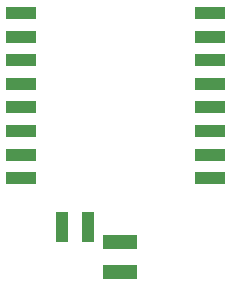
<source format=gbp>
G04*
G04 #@! TF.GenerationSoftware,Altium Limited,Altium Designer,23.4.1 (23)*
G04*
G04 Layer_Color=128*
%FSLAX25Y25*%
%MOIN*%
G70*
G04*
G04 #@! TF.SameCoordinates,D0A82AA9-F4A3-43A1-B343-99984006E8F9*
G04*
G04*
G04 #@! TF.FilePolarity,Positive*
G04*
G01*
G75*
%ADD89R,0.10236X0.04331*%
%ADD91R,0.03937X0.09843*%
%ADD92R,0.11811X0.04921*%
D89*
X96492Y97626D02*
D03*
Y105500D02*
D03*
Y113374D02*
D03*
Y121248D02*
D03*
Y129122D02*
D03*
Y136996D02*
D03*
Y144870D02*
D03*
X33500D02*
D03*
Y136996D02*
D03*
Y129122D02*
D03*
Y121248D02*
D03*
Y113374D02*
D03*
Y105500D02*
D03*
Y97626D02*
D03*
Y89752D02*
D03*
X96492D02*
D03*
D91*
X47102Y73500D02*
D03*
X56000D02*
D03*
D92*
X66500Y58579D02*
D03*
Y68421D02*
D03*
M02*

</source>
